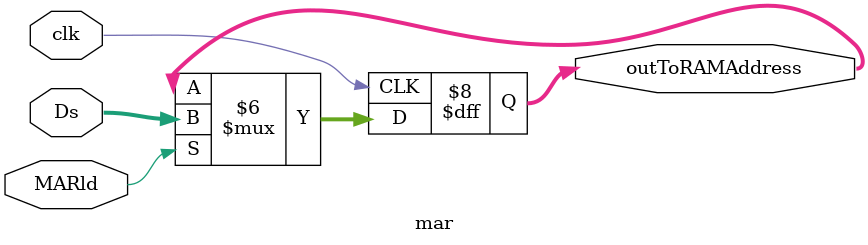
<source format=v>
/* Module of MAR
   Programmed by: Lianne Sánchez Rodríguez
   Phase 4 
   Professor: Nestor Rodríguez 
*/
module mar(output reg [31:0] outToRAMAddress, input [31:0] Ds, input MARld, input clk);
	initial begin
	 //	outToRAMAddress = 32'b00000000000000000000000000000000;
	end
	always @(posedge clk) 
		begin
			// #5;
			if (MARld == 1)
				outToRAMAddress = Ds;
		end
	 always @(outToRAMAddress)begin 
	 	//	$display("CAMBIE BITCHHHHH !!!!!    MAR %d", outToRAMAddress);
	 end
endmodule

// module marRegister; 
// 	// Inputs of ALU
	
// 	reg [31:0] in;
// 	reg MARld;
// 	reg clk=0;
// 	//Outputs of ALU module
// 	wire [31:0] out;
// 	//test duration
// 	parameter stop_time = 10590;

// 	mar mar(out, in, MARld, clk);
// 	initial #stop_time $finish;

// 	initial begin

// 	#10 in= 32'b0000; MARld = 1;  
//  	#10 in= 32'b0011; #30 MARld=0;
//  	#30 in= 32'b1100; 
//  	#40 in= 32'b1111;

// 	end
// 		initial begin
// 		repeat (500) begin
// 			#5 clk = ~clk;
// 		end
// 	end
// 	initial begin
// 		$display ("\n\n\t\tInput\t\t\tOutput\t\t\tMARld");
// 		$monitor ("%0d\t%b\t\t%b\t%b", $time,in, out, MARld);
// 	end
	
//  endmodule
</source>
